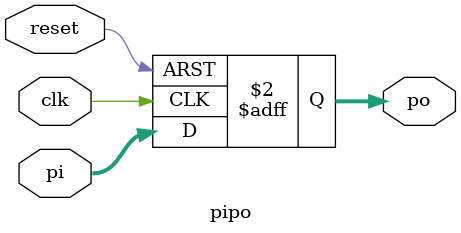
<source format=v>
`timescale 1ns / 1ps
module pipo(clk,reset,pi,po);
input clk,reset;
input [3:0]pi;          //parallel input
output reg [3:0]po;     //parallel output 
always @ (posedge clk or posedge reset)
begin
if (reset) begin
po <= 4'b0000; end
else begin
po <= pi; end
end
endmodule

</source>
